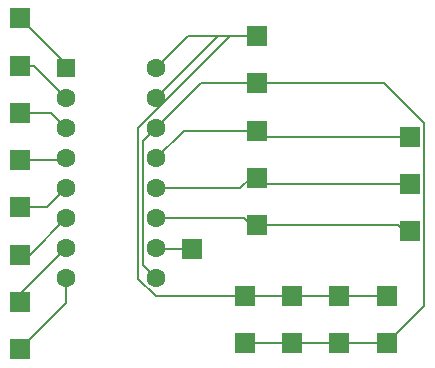
<source format=gbr>
%TF.GenerationSoftware,KiCad,Pcbnew,9.0.7*%
%TF.CreationDate,2026-01-12T11:45:56+08:00*%
%TF.ProjectId,Motherboard,4d6f7468-6572-4626-9f61-72642e6b6963,rev?*%
%TF.SameCoordinates,Original*%
%TF.FileFunction,Copper,L1,Top*%
%TF.FilePolarity,Positive*%
%FSLAX46Y46*%
G04 Gerber Fmt 4.6, Leading zero omitted, Abs format (unit mm)*
G04 Created by KiCad (PCBNEW 9.0.7) date 2026-01-12 11:45:56*
%MOMM*%
%LPD*%
G01*
G04 APERTURE LIST*
G04 Aperture macros list*
%AMRoundRect*
0 Rectangle with rounded corners*
0 $1 Rounding radius*
0 $2 $3 $4 $5 $6 $7 $8 $9 X,Y pos of 4 corners*
0 Add a 4 corners polygon primitive as box body*
4,1,4,$2,$3,$4,$5,$6,$7,$8,$9,$2,$3,0*
0 Add four circle primitives for the rounded corners*
1,1,$1+$1,$2,$3*
1,1,$1+$1,$4,$5*
1,1,$1+$1,$6,$7*
1,1,$1+$1,$8,$9*
0 Add four rect primitives between the rounded corners*
20,1,$1+$1,$2,$3,$4,$5,0*
20,1,$1+$1,$4,$5,$6,$7,0*
20,1,$1+$1,$6,$7,$8,$9,0*
20,1,$1+$1,$8,$9,$2,$3,0*%
G04 Aperture macros list end*
%TA.AperFunction,ComponentPad*%
%ADD10R,1.700000X1.700000*%
%TD*%
%TA.AperFunction,ComponentPad*%
%ADD11C,1.600000*%
%TD*%
%TA.AperFunction,ComponentPad*%
%ADD12RoundRect,0.250000X-0.550000X-0.550000X0.550000X-0.550000X0.550000X0.550000X-0.550000X0.550000X0*%
%TD*%
%TA.AperFunction,Conductor*%
%ADD13C,0.200000*%
%TD*%
G04 APERTURE END LIST*
D10*
%TO.P,C-1,1,1*%
%TO.N,Net-(U1-AGND)*%
X111000000Y-142000000D03*
%TD*%
%TO.P,C-2,1,1*%
%TO.N,Net-(U1-AGND)*%
X115000000Y-142000000D03*
%TD*%
%TO.P,C-3,1,1*%
%TO.N,Net-(U1-AGND)*%
X119000000Y-142000000D03*
%TD*%
%TO.P,C-4,1,1*%
%TO.N,Net-(U1-AGND)*%
X123000000Y-142000000D03*
%TD*%
%TO.P,C1,1,1*%
%TO.N,Net-(U1-Vdd)*%
X111000000Y-138000000D03*
%TD*%
%TO.P,C2,1,1*%
%TO.N,Net-(U1-Vdd)*%
X115000000Y-138000000D03*
%TD*%
%TO.P,C3,1,1*%
%TO.N,Net-(U1-Vdd)*%
X119000000Y-138000000D03*
%TD*%
%TO.P,C4,1,1*%
%TO.N,Net-(U1-Vdd)*%
X123000000Y-138000000D03*
%TD*%
D11*
%TO.P,U1,16,Vdd*%
%TO.N,Net-(U1-Vdd)*%
X103500000Y-118720000D03*
%TO.P,U1,15,Vref*%
X103500000Y-121260000D03*
%TO.P,U1,14,AGND*%
%TO.N,Net-(U1-AGND)*%
X103500000Y-123800000D03*
%TO.P,U1,13,CLK*%
%TO.N,Net-(U1-CLK)*%
X103500000Y-126340000D03*
%TO.P,U1,12,Dout*%
%TO.N,Net-(U1-Dout)*%
X103500000Y-128880000D03*
%TO.P,U1,11,Din*%
%TO.N,Net-(U1-Din)*%
X103500000Y-131420000D03*
%TO.P,U1,10,~{CS}/SHDN*%
%TO.N,Net-(U1-~{CS}{slash}SHDN)*%
X103500000Y-133960000D03*
%TO.P,U1,9,DGND*%
%TO.N,Net-(U1-AGND)*%
X103500000Y-136500000D03*
%TO.P,U1,8,CH7*%
%TO.N,Net-(U1-CH7)*%
X95880000Y-136500000D03*
%TO.P,U1,7,CH6*%
%TO.N,Net-(U1-CH6)*%
X95880000Y-133960000D03*
%TO.P,U1,6,CH5*%
%TO.N,Net-(U1-CH5)*%
X95880000Y-131420000D03*
%TO.P,U1,5,CH4*%
%TO.N,Net-(U1-CH4)*%
X95880000Y-128880000D03*
%TO.P,U1,4,CH3*%
%TO.N,Net-(U1-CH3)*%
X95880000Y-126340000D03*
%TO.P,U1,3,CH2*%
%TO.N,Net-(U1-CH2)*%
X95880000Y-123800000D03*
%TO.P,U1,2,CH1*%
%TO.N,Net-(U1-CH1)*%
X95880000Y-121260000D03*
D12*
%TO.P,U1,1,CH0*%
%TO.N,Net-(U1-CH0)*%
X95880000Y-118720000D03*
%TD*%
D10*
%TO.P,Vdd1,1,1*%
%TO.N,Net-(U1-Vdd)*%
X112000000Y-116000000D03*
%TD*%
%TO.P,MOSI2,1,1*%
%TO.N,Net-(U1-Din)*%
X125000000Y-132500000D03*
%TD*%
%TO.P,MISO2,1,1*%
%TO.N,Net-(U1-Dout)*%
X125000000Y-128500000D03*
%TD*%
%TO.P,CLK2,1,1*%
%TO.N,Net-(U1-CLK)*%
X125000000Y-124500000D03*
%TD*%
%TO.P,CH7,1,1*%
%TO.N,Net-(U1-CH7)*%
X92000000Y-142500000D03*
%TD*%
%TO.P,CH0,1,1*%
%TO.N,Net-(U1-CH0)*%
X92000000Y-114500000D03*
%TD*%
%TO.P,GND1,1,1*%
%TO.N,Net-(U1-AGND)*%
X112000000Y-120000000D03*
%TD*%
%TO.P,CH2,1,1*%
%TO.N,Net-(U1-CH2)*%
X92000000Y-122500000D03*
%TD*%
%TO.P,CH4,1,1*%
%TO.N,Net-(U1-CH4)*%
X92000000Y-130500000D03*
%TD*%
%TO.P,MISO1,1,1*%
%TO.N,Net-(U1-Dout)*%
X112000000Y-128000000D03*
%TD*%
%TO.P,MOSI1,1,1*%
%TO.N,Net-(U1-Din)*%
X112000000Y-132000000D03*
%TD*%
%TO.P,CH6,1,1*%
%TO.N,Net-(U1-CH6)*%
X92000000Y-138500000D03*
%TD*%
%TO.P,CH1,1,1*%
%TO.N,Net-(U1-CH1)*%
X92000000Y-118500000D03*
%TD*%
%TO.P,CH5,1,1*%
%TO.N,Net-(U1-CH5)*%
X92000000Y-134500000D03*
%TD*%
%TO.P,CH3,1,1*%
%TO.N,Net-(U1-CH3)*%
X92000000Y-126500000D03*
%TD*%
%TO.P,CS1,1,1*%
%TO.N,Net-(U1-~{CS}{slash}SHDN)*%
X106500000Y-134000000D03*
%TD*%
%TO.P,CLK3,1,1*%
%TO.N,Net-(U1-CLK)*%
X112000000Y-124000000D03*
%TD*%
D13*
%TO.N,Net-(U1-AGND)*%
X123000000Y-142000000D02*
X126151000Y-138849000D01*
X126151000Y-138849000D02*
X126151000Y-123349000D01*
X126151000Y-123349000D02*
X122802000Y-120000000D01*
X122802000Y-120000000D02*
X112000000Y-120000000D01*
%TO.N,Net-(U1-Vdd)*%
X111000000Y-138000000D02*
X103442950Y-138000000D01*
X103442950Y-138000000D02*
X101998000Y-136555050D01*
X101998000Y-136555050D02*
X101998000Y-123744950D01*
X101998000Y-123744950D02*
X109742950Y-116000000D01*
X109742950Y-116000000D02*
X112000000Y-116000000D01*
%TO.N,Net-(U1-CLK)*%
X125000000Y-124500000D02*
X112500000Y-124500000D01*
X112500000Y-124500000D02*
X112000000Y-124000000D01*
%TO.N,Net-(U1-AGND)*%
X123000000Y-142000000D02*
X119000000Y-142000000D01*
X115000000Y-142000000D02*
X119000000Y-142000000D01*
X111000000Y-142000000D02*
X115000000Y-142000000D01*
%TO.N,Net-(U1-Vdd)*%
X112000000Y-116000000D02*
X108760000Y-116000000D01*
X108760000Y-116000000D02*
X103500000Y-121260000D01*
X119000000Y-138000000D02*
X123000000Y-138000000D01*
X115000000Y-138000000D02*
X119000000Y-138000000D01*
X111000000Y-138000000D02*
X115000000Y-138000000D01*
%TO.N,Net-(U1-CH7)*%
X92000000Y-142500000D02*
X95880000Y-138620000D01*
X95880000Y-138620000D02*
X95880000Y-136500000D01*
%TO.N,Net-(U1-CH6)*%
X92000000Y-138500000D02*
X92000000Y-137840000D01*
X92000000Y-137840000D02*
X95880000Y-133960000D01*
%TO.N,Net-(U1-CH5)*%
X92000000Y-134500000D02*
X92800000Y-134500000D01*
X92800000Y-134500000D02*
X95880000Y-131420000D01*
%TO.N,Net-(U1-CH4)*%
X92000000Y-130500000D02*
X94260000Y-130500000D01*
X94260000Y-130500000D02*
X95880000Y-128880000D01*
%TO.N,Net-(U1-CH3)*%
X92000000Y-126500000D02*
X95720000Y-126500000D01*
X95720000Y-126500000D02*
X95880000Y-126340000D01*
%TO.N,Net-(U1-CH2)*%
X92000000Y-122500000D02*
X94580000Y-122500000D01*
X94580000Y-122500000D02*
X95880000Y-123800000D01*
%TO.N,Net-(U1-CH1)*%
X92000000Y-118500000D02*
X93120000Y-118500000D01*
X93120000Y-118500000D02*
X95880000Y-121260000D01*
%TO.N,Net-(U1-CH0)*%
X92000000Y-114500000D02*
X95880000Y-118380000D01*
X95880000Y-118380000D02*
X95880000Y-118720000D01*
%TO.N,Net-(U1-AGND)*%
X103500000Y-136500000D02*
X102399000Y-135399000D01*
X102399000Y-135399000D02*
X102399000Y-124901000D01*
X102399000Y-124901000D02*
X103500000Y-123800000D01*
%TO.N,Net-(U1-~{CS}{slash}SHDN)*%
X106500000Y-134000000D02*
X103540000Y-134000000D01*
X103540000Y-134000000D02*
X103500000Y-133960000D01*
%TO.N,Net-(U1-Din)*%
X112000000Y-132000000D02*
X111500000Y-132000000D01*
X111500000Y-132000000D02*
X110920000Y-131420000D01*
X110920000Y-131420000D02*
X103500000Y-131420000D01*
%TO.N,Net-(U1-Dout)*%
X112000000Y-128000000D02*
X111500000Y-128000000D01*
X111500000Y-128000000D02*
X110620000Y-128880000D01*
X110620000Y-128880000D02*
X103500000Y-128880000D01*
%TO.N,Net-(U1-CLK)*%
X112000000Y-124000000D02*
X105840000Y-124000000D01*
X105840000Y-124000000D02*
X103500000Y-126340000D01*
%TO.N,Net-(U1-AGND)*%
X112000000Y-120000000D02*
X107300000Y-120000000D01*
X107300000Y-120000000D02*
X103500000Y-123800000D01*
%TO.N,Net-(U1-Vdd)*%
X112000000Y-116000000D02*
X106220000Y-116000000D01*
X106220000Y-116000000D02*
X103500000Y-118720000D01*
%TO.N,Net-(U1-Dout)*%
X112500000Y-128500000D02*
X112000000Y-128000000D01*
X125000000Y-128500000D02*
X112500000Y-128500000D01*
%TO.N,Net-(U1-Din)*%
X124000000Y-132000000D02*
X112000000Y-132000000D01*
X124500000Y-132500000D02*
X124000000Y-132000000D01*
X125000000Y-132500000D02*
X124500000Y-132500000D01*
%TD*%
M02*

</source>
